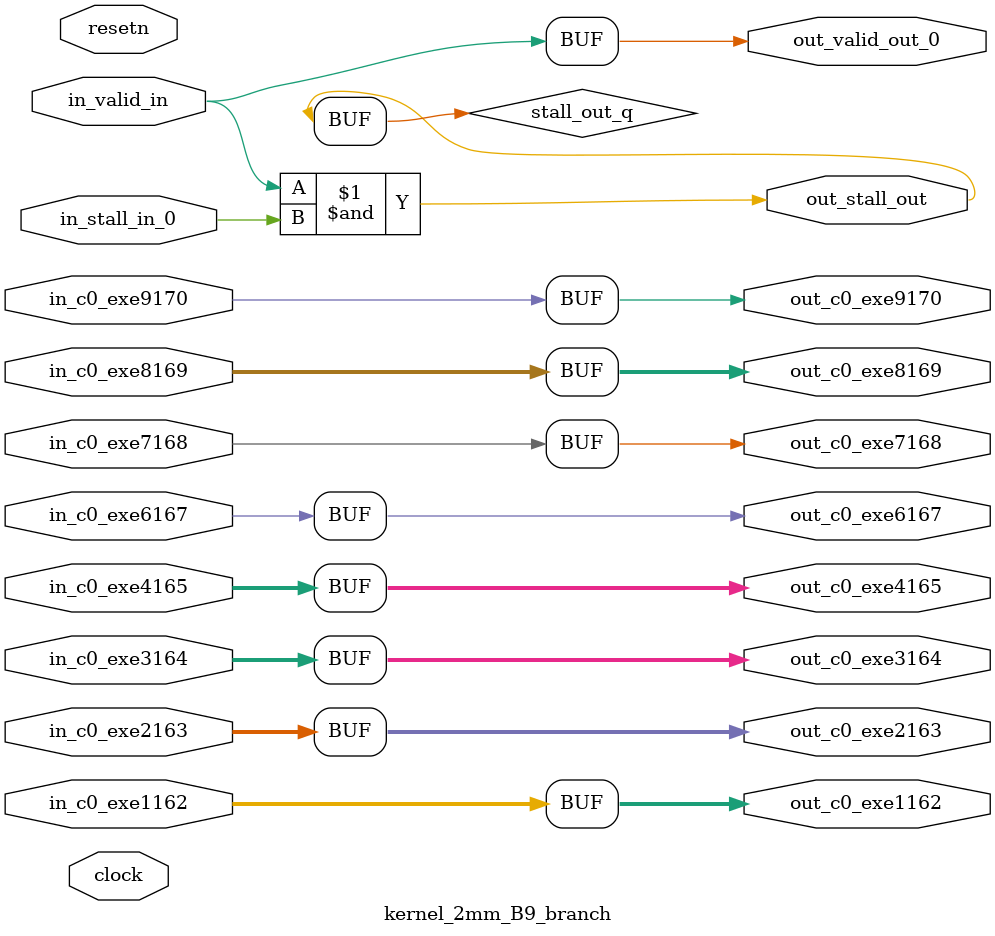
<source format=sv>



(* altera_attribute = "-name AUTO_SHIFT_REGISTER_RECOGNITION OFF; -name MESSAGE_DISABLE 10036; -name MESSAGE_DISABLE 10037; -name MESSAGE_DISABLE 14130; -name MESSAGE_DISABLE 14320; -name MESSAGE_DISABLE 15400; -name MESSAGE_DISABLE 14130; -name MESSAGE_DISABLE 10036; -name MESSAGE_DISABLE 12020; -name MESSAGE_DISABLE 12030; -name MESSAGE_DISABLE 12010; -name MESSAGE_DISABLE 12110; -name MESSAGE_DISABLE 14320; -name MESSAGE_DISABLE 13410; -name MESSAGE_DISABLE 113007; -name MESSAGE_DISABLE 10958" *)
module kernel_2mm_B9_branch (
    input wire [63:0] in_c0_exe1162,
    input wire [63:0] in_c0_exe2163,
    input wire [63:0] in_c0_exe3164,
    input wire [31:0] in_c0_exe4165,
    input wire [0:0] in_c0_exe6167,
    input wire [0:0] in_c0_exe7168,
    input wire [63:0] in_c0_exe8169,
    input wire [0:0] in_c0_exe9170,
    input wire [0:0] in_stall_in_0,
    input wire [0:0] in_valid_in,
    output wire [63:0] out_c0_exe1162,
    output wire [63:0] out_c0_exe2163,
    output wire [63:0] out_c0_exe3164,
    output wire [31:0] out_c0_exe4165,
    output wire [0:0] out_c0_exe6167,
    output wire [0:0] out_c0_exe7168,
    output wire [63:0] out_c0_exe8169,
    output wire [0:0] out_c0_exe9170,
    output wire [0:0] out_stall_out,
    output wire [0:0] out_valid_out_0,
    input wire clock,
    input wire resetn
    );

    wire [0:0] stall_out_q;


    // out_c0_exe1162(GPOUT,12)
    assign out_c0_exe1162 = in_c0_exe1162;

    // out_c0_exe2163(GPOUT,13)
    assign out_c0_exe2163 = in_c0_exe2163;

    // out_c0_exe3164(GPOUT,14)
    assign out_c0_exe3164 = in_c0_exe3164;

    // out_c0_exe4165(GPOUT,15)
    assign out_c0_exe4165 = in_c0_exe4165;

    // out_c0_exe6167(GPOUT,16)
    assign out_c0_exe6167 = in_c0_exe6167;

    // out_c0_exe7168(GPOUT,17)
    assign out_c0_exe7168 = in_c0_exe7168;

    // out_c0_exe8169(GPOUT,18)
    assign out_c0_exe8169 = in_c0_exe8169;

    // out_c0_exe9170(GPOUT,19)
    assign out_c0_exe9170 = in_c0_exe9170;

    // stall_out(LOGICAL,22)
    assign stall_out_q = in_valid_in & in_stall_in_0;

    // out_stall_out(GPOUT,20)
    assign out_stall_out = stall_out_q;

    // out_valid_out_0(GPOUT,21)
    assign out_valid_out_0 = in_valid_in;

endmodule

</source>
